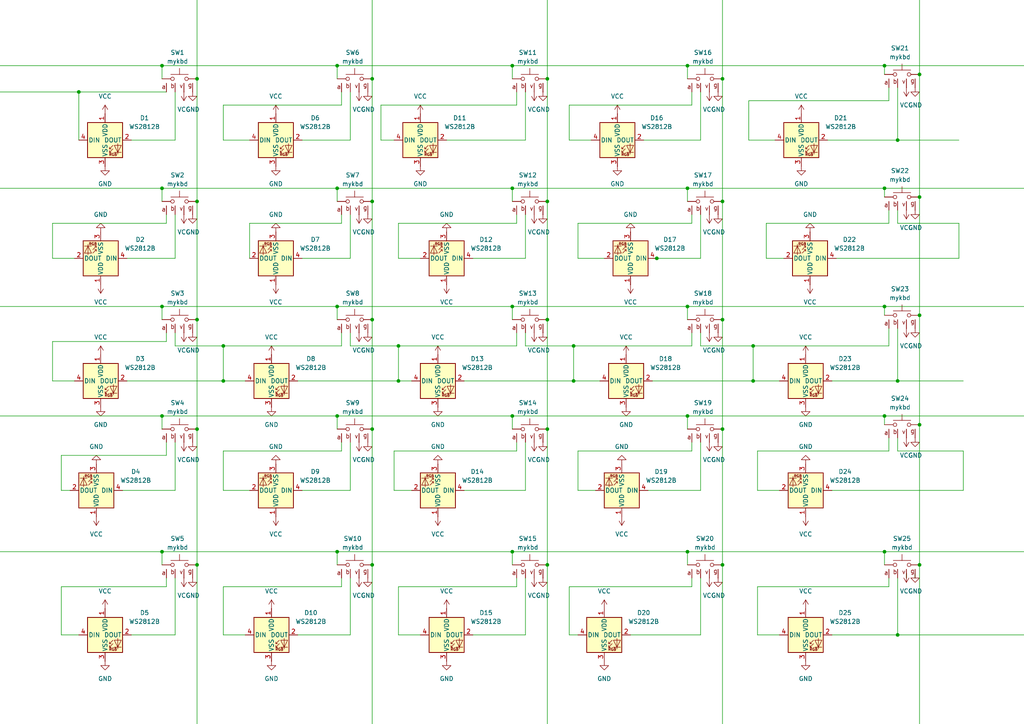
<source format=kicad_sch>
(kicad_sch (version 20250114) (generator "eeschema") (generator_version "9.0")
  (paper "A4")
  (junction (at 209.55 124.46))
  (junction (at 107.95 92.71))
  (junction (at 209.55 92.71))
  (junction (at 256.54 120.65))
  (junction (at 107.95 163.83))
  (junction (at 266.7 91.44))
  (junction (at 166.37 110.49))
  (junction (at 199.39 19.05))
  (junction (at 46.99 88.9))
  (junction (at 209.55 22.86))
  (junction (at 64.77 110.49))
  (junction (at 107.95 58.42))
  (junction (at 57.15 163.83))
  (junction (at 115.57 100.33))
  (junction (at 209.55 58.42))
  (junction (at 158.75 92.71))
  (junction (at 97.79 160.02))
  (junction (at 107.95 124.46))
  (junction (at 97.79 88.9))
  (junction (at 199.39 120.65))
  (junction (at 209.55 163.83))
  (junction (at 158.75 163.83))
  (junction (at 266.7 163.83))
  (junction (at 266.7 57.15))
  (junction (at 97.79 54.61))
  (junction (at 199.39 88.9))
  (junction (at 158.75 58.42))
  (junction (at 46.99 54.61))
  (junction (at 148.59 19.05))
  (junction (at 256.54 19.05))
  (junction (at 97.79 19.05))
  (junction (at 46.99 120.65))
  (junction (at 46.99 19.05))
  (junction (at 266.7 21.59))
  (junction (at 218.44 100.33))
  (junction (at 256.54 88.9))
  (junction (at 57.15 58.42))
  (junction (at 260.35 184.15))
  (junction (at 57.15 124.46))
  (junction (at 199.39 160.02))
  (junction (at 256.54 54.61))
  (junction (at 64.77 100.33))
  (junction (at 199.39 54.61))
  (junction (at 266.7 123.19))
  (junction (at 22.86 26.67))
  (junction (at 190.5 74.93))
  (junction (at 97.79 120.65))
  (junction (at 158.75 22.86))
  (junction (at 260.35 40.64))
  (junction (at 218.44 110.49))
  (junction (at 166.37 100.33))
  (junction (at 46.99 160.02))
  (junction (at 148.59 120.65))
  (junction (at 57.15 22.86))
  (junction (at 256.54 160.02))
  (junction (at 158.75 124.46))
  (junction (at 107.95 22.86))
  (junction (at 148.59 54.61))
  (junction (at 57.15 92.71))
  (junction (at 260.35 110.49))
  (junction (at 115.57 110.49))
  (junction (at 148.59 160.02))
  (junction (at 148.59 88.9))
  (wire (pts (xy 209.55 58.42) (xy 209.55 92.71)))
  (wire (pts (xy 115.57 100.33) (xy 115.57 110.49)))
  (wire (pts (xy 260.35 95.25) (xy 260.35 110.49)))
  (wire (pts (xy 182.88 184.15) (xy 203.2 184.15)))
  (wire (pts (xy 57.15 163.83) (xy 57.15 222.25)))
  (wire (pts (xy 200.66 62.23) (xy 200.66 64.77)))
  (wire (pts (xy 189.23 110.49) (xy 218.44 110.49)))
  (wire (pts (xy 48.26 132.08) (xy 48.26 128.27)))
  (wire (pts (xy 240.03 40.64) (xy 260.35 40.64)))
  (wire (pts (xy 64.77 100.33) (xy 99.06 100.33)))
  (wire (pts (xy 97.79 88.9) (xy 148.59 88.9)))
  (wire (pts (xy 165.1 184.15) (xy 165.1 170.18)))
  (wire (pts (xy 203.2 62.23) (xy 203.2 74.93)))
  (wire (pts (xy 107.95 -10.16) (xy 107.95 22.86)))
  (wire (pts (xy 279.4 142.24) (xy 279.4 130.81)))
  (wire (pts (xy 87.63 74.93) (xy 101.6 74.93)))
  (wire (pts (xy 218.44 110.49) (xy 226.06 110.49)))
  (wire (pts (xy 266.7 -10.16) (xy 266.7 21.59)))
  (wire (pts (xy 50.8 96.52) (xy 50.8 100.33)))
  (wire (pts (xy 257.81 29.21) (xy 257.81 25.4)))
  (wire (pts (xy 167.64 74.93) (xy 167.64 64.77)))
  (wire (pts (xy 260.35 167.64) (xy 260.35 184.15)))
  (wire (pts (xy 158.75 163.83) (xy 158.75 222.25)))
  (wire (pts (xy 46.99 88.9) (xy 97.79 88.9)))
  (wire (pts (xy 99.06 167.64) (xy 99.06 170.18)))
  (wire (pts (xy 186.69 40.64) (xy 203.2 40.64)))
  (wire (pts (xy 278.13 74.93) (xy 278.13 64.77)))
  (wire (pts (xy 266.7 91.44) (xy 266.7 123.19)))
  (wire (pts (xy 148.59 120.65) (xy 199.39 120.65)))
  (wire (pts (xy 15.24 74.93) (xy 21.59 74.93)))
  (wire (pts (xy 152.4 62.23) (xy 152.4 74.93)))
  (wire (pts (xy 167.64 64.77) (xy 200.66 64.77)))
  (wire (pts (xy 46.99 160.02) (xy 97.79 160.02)))
  (wire (pts (xy 87.63 40.64) (xy 101.6 40.64)))
  (wire (pts (xy 57.15 92.71) (xy 57.15 124.46)))
  (wire (pts (xy 64.77 184.15) (xy 64.77 170.18)))
  (wire (pts (xy 107.95 22.86) (xy 107.95 58.42)))
  (wire (pts (xy 152.4 167.64) (xy 152.4 184.15)))
  (wire (pts (xy 107.95 92.71) (xy 107.95 124.46)))
  (wire (pts (xy 257.81 170.18) (xy 257.81 167.64)))
  (wire (pts (xy 219.71 184.15) (xy 219.71 170.18)))
  (wire (pts (xy -15.24 120.65) (xy 46.99 120.65)))
  (wire (pts (xy 50.8 100.33) (xy 64.77 100.33)))
  (wire (pts (xy 167.64 184.15) (xy 165.1 184.15)))
  (wire (pts (xy 48.26 170.18) (xy 48.26 167.64)))
  (wire (pts (xy 101.6 167.64) (xy 101.6 184.15)))
  (wire (pts (xy 166.37 100.33) (xy 200.66 100.33)))
  (wire (pts (xy 218.44 100.33) (xy 218.44 110.49)))
  (wire (pts (xy 114.3 130.81) (xy 149.86 130.81)))
  (wire (pts (xy 200.66 170.18) (xy 200.66 167.64)))
  (wire (pts (xy -12.7 88.9) (xy -12.7 90.17)))
  (wire (pts (xy 46.99 88.9) (xy 46.99 92.71)))
  (wire (pts (xy 158.75 92.71) (xy 158.75 124.46)))
  (wire (pts (xy 48.26 99.06) (xy 48.26 96.52)))
  (wire (pts (xy 256.54 54.61) (xy 256.54 57.15)))
  (wire (pts (xy 260.35 184.15) (xy 314.96 184.15)))
  (wire (pts (xy 110.49 30.48) (xy 149.86 30.48)))
  (wire (pts (xy 97.79 120.65) (xy 97.79 124.46)))
  (wire (pts (xy 97.79 54.61) (xy 148.59 54.61)))
  (wire (pts (xy 227.33 74.93) (xy 222.25 74.93)))
  (wire (pts (xy 64.77 142.24) (xy 64.77 130.81)))
  (wire (pts (xy 15.24 110.49) (xy 21.59 110.49)))
  (wire (pts (xy 199.39 19.05) (xy 256.54 19.05)))
  (wire (pts (xy 15.24 99.06) (xy 15.24 110.49)))
  (wire (pts (xy 64.77 30.48) (xy 64.77 40.64)))
  (wire (pts (xy 64.77 40.64) (xy 72.39 40.64)))
  (wire (pts (xy 114.3 142.24) (xy 114.3 130.81)))
  (wire (pts (xy -16.51 160.02) (xy 46.99 160.02)))
  (wire (pts (xy 256.54 160.02) (xy 314.96 160.02)))
  (wire (pts (xy 256.54 88.9) (xy 314.96 88.9)))
  (wire (pts (xy 158.75 -10.16) (xy 158.75 22.86)))
  (wire (pts (xy 17.78 170.18) (xy 17.78 184.15)))
  (wire (pts (xy 260.35 60.96) (xy 260.35 64.77)))
  (wire (pts (xy 148.59 54.61) (xy 148.59 58.42)))
  (wire (pts (xy 158.75 124.46) (xy 158.75 163.83)))
  (wire (pts (xy 152.4 100.33) (xy 166.37 100.33)))
  (wire (pts (xy 115.57 74.93) (xy 115.57 64.77)))
  (wire (pts (xy 107.95 163.83) (xy 107.95 222.25)))
  (wire (pts (xy 265.43 167.64) (xy 265.43 166.37)))
  (wire (pts (xy 165.1 40.64) (xy 171.45 40.64)))
  (wire (pts (xy 199.39 54.61) (xy 199.39 58.42)))
  (wire (pts (xy 209.55 124.46) (xy 209.55 163.83)))
  (wire (pts (xy 167.64 142.24) (xy 167.64 130.81)))
  (wire (pts (xy 149.86 62.23) (xy 149.86 64.77)))
  (wire (pts (xy 17.78 184.15) (xy 22.86 184.15)))
  (wire (pts (xy 257.81 130.81) (xy 257.81 127)))
  (wire (pts (xy 99.06 62.23) (xy 99.06 64.77)))
  (wire (pts (xy 209.55 163.83) (xy 209.55 220.98)))
  (wire (pts (xy 278.13 64.77) (xy 260.35 64.77)))
  (wire (pts (xy 71.12 184.15) (xy 64.77 184.15)))
  (wire (pts (xy 46.99 54.61) (xy 97.79 54.61)))
  (wire (pts (xy 256.54 120.65) (xy 256.54 123.19)))
  (wire (pts (xy 256.54 19.05) (xy 313.69 19.05)))
  (wire (pts (xy 57.15 58.42) (xy 57.15 92.71)))
  (wire (pts (xy 200.66 130.81) (xy 200.66 128.27)))
  (wire (pts (xy 134.62 110.49) (xy 166.37 110.49)))
  (wire (pts (xy 266.7 57.15) (xy 266.7 91.44)))
  (wire (pts (xy 46.99 120.65) (xy 46.99 124.46)))
  (wire (pts (xy 199.39 54.61) (xy 256.54 54.61)))
  (wire (pts (xy 17.78 142.24) (xy 20.32 142.24)))
  (wire (pts (xy 203.2 96.52) (xy 203.2 100.33)))
  (wire (pts (xy 152.4 128.27) (xy 152.4 142.24)))
  (wire (pts (xy 219.71 130.81) (xy 257.81 130.81)))
  (wire (pts (xy 148.59 88.9) (xy 199.39 88.9)))
  (wire (pts (xy 86.36 184.15) (xy 101.6 184.15)))
  (wire (pts (xy 119.38 142.24) (xy 114.3 142.24)))
  (wire (pts (xy 199.39 19.05) (xy 199.39 22.86)))
  (wire (pts (xy 148.59 120.65) (xy 148.59 124.46)))
  (wire (pts (xy 148.59 160.02) (xy 148.59 163.83)))
  (wire (pts (xy 257.81 100.33) (xy 257.81 95.25)))
  (wire (pts (xy 129.54 40.64) (xy 152.4 40.64)))
  (wire (pts (xy 17.78 170.18) (xy 48.26 170.18)))
  (wire (pts (xy 256.54 120.65) (xy 313.69 120.65)))
  (wire (pts (xy 165.1 170.18) (xy 200.66 170.18)))
  (wire (pts (xy 46.99 120.65) (xy 97.79 120.65)))
  (wire (pts (xy 48.26 64.77) (xy 15.24 64.77)))
  (wire (pts (xy 15.24 64.77) (xy 15.24 74.93)))
  (wire (pts (xy 148.59 19.05) (xy 148.59 22.86)))
  (wire (pts (xy 222.25 74.93) (xy 222.25 64.77)))
  (wire (pts (xy 72.39 74.93) (xy 72.39 64.77)))
  (wire (pts (xy 242.57 74.93) (xy 278.13 74.93)))
  (wire (pts (xy 46.99 54.61) (xy 46.99 58.42)))
  (wire (pts (xy 199.39 120.65) (xy 199.39 124.46)))
  (wire (pts (xy 46.99 160.02) (xy 46.99 163.83)))
  (wire (pts (xy 148.59 88.9) (xy 148.59 92.71)))
  (wire (pts (xy 152.4 96.52) (xy 152.4 100.33)))
  (wire (pts (xy 199.39 88.9) (xy 199.39 92.71)))
  (wire (pts (xy 115.57 64.77) (xy 149.86 64.77)))
  (wire (pts (xy 165.1 40.64) (xy 165.1 30.48)))
  (wire (pts (xy 165.1 30.48) (xy 200.66 30.48)))
  (wire (pts (xy 148.59 54.61) (xy 199.39 54.61)))
  (wire (pts (xy 148.59 160.02) (xy 199.39 160.02)))
  (wire (pts (xy 203.2 100.33) (xy 218.44 100.33)))
  (wire (pts (xy -12.7 54.61) (xy 46.99 54.61)))
  (wire (pts (xy 64.77 110.49) (xy 71.12 110.49)))
  (wire (pts (xy 266.7 163.83) (xy 266.7 222.25)))
  (wire (pts (xy 17.78 132.08) (xy 17.78 142.24)))
  (wire (pts (xy 15.24 99.06) (xy 48.26 99.06)))
  (wire (pts (xy 166.37 110.49) (xy 173.99 110.49)))
  (wire (pts (xy 97.79 19.05) (xy 148.59 19.05)))
  (wire (pts (xy 219.71 142.24) (xy 219.71 130.81)))
  (wire (pts (xy 87.63 142.24) (xy 101.6 142.24)))
  (wire (pts (xy 57.15 124.46) (xy 57.15 163.83)))
  (wire (pts (xy 115.57 110.49) (xy 119.38 110.49)))
  (wire (pts (xy 203.2 167.64) (xy 203.2 184.15)))
  (wire (pts (xy 209.55 92.71) (xy 209.55 124.46)))
  (wire (pts (xy 257.81 60.96) (xy 257.81 64.77)))
  (wire (pts (xy -12.7 88.9) (xy 46.99 88.9)))
  (wire (pts (xy 260.35 130.81) (xy 279.4 130.81)))
  (wire (pts (xy 166.37 100.33) (xy 166.37 110.49)))
  (wire (pts (xy 256.54 54.61) (xy 313.69 54.61)))
  (wire (pts (xy 121.92 74.93) (xy 115.57 74.93)))
  (wire (pts (xy 46.99 19.05) (xy 46.99 22.86)))
  (wire (pts (xy 97.79 54.61) (xy 97.79 58.42)))
  (wire (pts (xy 107.95 124.46) (xy 107.95 163.83)))
  (wire (pts (xy 72.39 64.77) (xy 99.06 64.77)))
  (wire (pts (xy 50.8 128.27) (xy 50.8 142.24)))
  (wire (pts (xy 219.71 170.18) (xy 257.81 170.18)))
  (wire (pts (xy 115.57 184.15) (xy 115.57 170.18)))
  (wire (pts (xy 266.7 21.59) (xy 266.7 57.15)))
  (wire (pts (xy 262.89 167.64) (xy 262.89 166.37)))
  (wire (pts (xy 226.06 184.15) (xy 219.71 184.15)))
  (wire (pts (xy 97.79 19.05) (xy 97.79 22.86)))
  (wire (pts (xy 187.96 142.24) (xy 203.2 142.24)))
  (wire (pts (xy 218.44 100.33) (xy 257.81 100.33)))
  (wire (pts (xy 110.49 40.64) (xy 110.49 30.48)))
  (wire (pts (xy 97.79 160.02) (xy 148.59 160.02)))
  (wire (pts (xy 86.36 110.49) (xy 115.57 110.49)))
  (wire (pts (xy 22.86 26.67) (xy 48.26 26.67)))
  (wire (pts (xy 148.59 19.05) (xy 199.39 19.05)))
  (wire (pts (xy 99.06 30.48) (xy 64.77 30.48)))
  (wire (pts (xy 200.66 26.67) (xy 200.66 30.48)))
  (wire (pts (xy 217.17 40.64) (xy 217.17 29.21)))
  (wire (pts (xy 97.79 163.83) (xy 97.79 160.02)))
  (wire (pts (xy 149.86 167.64) (xy 149.86 170.18)))
  (wire (pts (xy 115.57 170.18) (xy 149.86 170.18)))
  (wire (pts (xy 209.55 -10.16) (xy 209.55 22.86)))
  (wire (pts (xy 46.99 19.05) (xy 97.79 19.05)))
  (wire (pts (xy 50.8 26.67) (xy 50.8 40.64)))
  (wire (pts (xy 382.27 105.41) (xy 383.54 105.41)))
  (wire (pts (xy 101.6 96.52) (xy 101.6 100.33)))
  (wire (pts (xy 137.16 184.15) (xy 152.4 184.15)))
  (wire (pts (xy 64.77 100.33) (xy 64.77 110.49)))
  (wire (pts (xy 266.7 123.19) (xy 266.7 163.83)))
  (wire (pts (xy 158.75 58.42) (xy 158.75 92.71)))
  (wire (pts (xy 101.6 100.33) (xy 115.57 100.33)))
  (wire (pts (xy 152.4 142.24) (xy 134.62 142.24)))
  (wire (pts (xy 64.77 170.18) (xy 99.06 170.18)))
  (wire (pts (xy 99.06 128.27) (xy 99.06 130.81)))
  (wire (pts (xy 36.83 110.49) (xy 64.77 110.49)))
  (wire (pts (xy 101.6 128.27) (xy 101.6 142.24)))
  (wire (pts (xy 260.35 40.64) (xy 278.13 40.64)))
  (wire (pts (xy 222.25 64.77) (xy 257.81 64.77)))
  (wire (pts (xy 260.35 25.4) (xy 260.35 40.64)))
  (wire (pts (xy 99.06 30.48) (xy 99.06 26.67)))
  (wire (pts (xy 256.54 163.83) (xy 256.54 160.02)))
  (wire (pts (xy 199.39 163.83) (xy 199.39 160.02)))
  (wire (pts (xy 50.8 62.23) (xy 50.8 74.93)))
  (wire (pts (xy 36.83 74.93) (xy 50.8 74.93)))
  (wire (pts (xy 260.35 110.49) (xy 279.4 110.49)))
  (wire (pts (xy 57.15 22.86) (xy 57.15 58.42)))
  (wire (pts (xy 190.5 74.93) (xy 189.23 74.93)))
  (wire (pts (xy 149.86 100.33) (xy 149.86 96.52)))
  (wire (pts (xy 190.5 74.93) (xy 203.2 74.93)))
  (wire (pts (xy 203.2 128.27) (xy 203.2 142.24)))
  (wire (pts (xy 158.75 22.86) (xy 158.75 58.42)))
  (wire (pts (xy 99.06 100.33) (xy 99.06 96.52)))
  (wire (pts (xy 97.79 120.65) (xy 148.59 120.65)))
  (wire (pts (xy 48.26 62.23) (xy 48.26 64.77)))
  (wire (pts (xy 203.2 26.67) (xy 203.2 40.64)))
  (wire (pts (xy 226.06 142.24) (xy 219.71 142.24)))
  (wire (pts (xy 115.57 100.33) (xy 149.86 100.33)))
  (wire (pts (xy 256.54 19.05) (xy 256.54 21.59)))
  (wire (pts (xy 149.86 30.48) (xy 149.86 26.67)))
  (wire (pts (xy 199.39 160.02) (xy 256.54 160.02)))
  (wire (pts (xy -11.43 26.67) (xy 22.86 26.67)))
  (wire (pts (xy 57.15 -8.89) (xy 57.15 22.86)))
  (wire (pts (xy 48.26 132.08) (xy 17.78 132.08)))
  (wire (pts (xy 200.66 100.33) (xy 200.66 96.52)))
  (wire (pts (xy 172.72 142.24) (xy 167.64 142.24)))
  (wire (pts (xy 137.16 74.93) (xy 152.4 74.93)))
  (wire (pts (xy 217.17 29.21) (xy 257.81 29.21)))
  (wire (pts (xy 22.86 26.67) (xy 22.86 40.64)))
  (wire (pts (xy 107.95 58.42) (xy 107.95 92.71)))
  (wire (pts (xy 50.8 167.64) (xy 50.8 184.15)))
  (wire (pts (xy 241.3 184.15) (xy 260.35 184.15)))
  (wire (pts (xy 101.6 26.67) (xy 101.6 40.64)))
  (wire (pts (xy 209.55 22.86) (xy 209.55 58.42)))
  (wire (pts (xy 97.79 88.9) (xy 97.79 92.71)))
  (wire (pts (xy 121.92 184.15) (xy 115.57 184.15)))
  (wire (pts (xy 35.56 142.24) (xy 50.8 142.24)))
  (wire (pts (xy 152.4 26.67) (xy 152.4 40.64)))
  (wire (pts (xy 110.49 40.64) (xy 114.3 40.64)))
  (wire (pts (xy 38.1 184.15) (xy 50.8 184.15)))
  (wire (pts (xy 167.64 130.81) (xy 200.66 130.81)))
  (wire (pts (xy 256.54 88.9) (xy 256.54 91.44)))
  (wire (pts (xy 175.26 74.93) (xy 167.64 74.93)))
  (wire (pts (xy 199.39 120.65) (xy 256.54 120.65)))
  (wire (pts (xy 217.17 40.64) (xy 224.79 40.64)))
  (wire (pts (xy 241.3 110.49) (xy 260.35 110.49)))
  (wire (pts (xy 241.3 142.24) (xy 279.4 142.24)))
  (wire (pts (xy 149.86 130.81) (xy 149.86 128.27)))
  (wire (pts (xy 72.39 142.24) (xy 64.77 142.24)))
  (wire (pts (xy 38.1 40.64) (xy 50.8 40.64)))
  (wire (pts (xy 101.6 62.23) (xy 101.6 74.93)))
  (wire (pts (xy 199.39 88.9) (xy 256.54 88.9)))
  (wire (pts (xy 64.77 130.81) (xy 99.06 130.81)))
  (wire (pts (xy -11.43 19.05) (xy 46.99 19.05)))
  (wire (pts (xy 260.35 130.81) (xy 260.35 127)))
  (symbol (lib_id "power:VCC") (at 154.94 96.52 180) (unit 1)
    (property "Reference" "#PWR038" (effects (hide yes)))
    (property "Value" "VCC" (at 154.94 101.6 0))
    (property "Description" "Power symbol creates a global label with name \"VCC\"" (effects (hide yes)))
  )
  (symbol (lib_id "power:GND") (at 265.43 25.4 0) (unit 1)
    (property "Reference" "#PWR030" (effects (hide yes)))
    (property "Value" "GND" (at 265.43 30.48 0))
    (property "Description" "Power symbol creates a global label with name \"GND\" , ground" (effects (hide yes)))
  )
  (symbol (lib_id "power:GND") (at 80.01 67.31 180) (unit 1)
    (property "Reference" "#PWR067" (effects (hide yes)))
    (property "Value" "GND" (at 80.01 62.23 0))
    (property "Description" "Power symbol creates a global label with name \"GND\" , ground" (effects (hide yes)))
  )
  (symbol (lib_id "power:VCC") (at 104.14 26.67 180) (unit 1)
    (property "Reference" "#PWR047" (effects (hide yes)))
    (property "Value" "VCC" (at 104.14 31.75 0))
    (property "Description" "Power symbol creates a global label with name \"VCC\"" (effects (hide yes)))
  )
  (symbol (lib_id "power:GND") (at 55.88 96.52 0) (unit 1)
    (property "Reference" "#PWR016" (effects (hide yes)))
    (property "Value" "GND" (at 55.88 101.6 0))
    (property "Description" "Power symbol creates a global label with name \"GND\" , ground" (effects (hide yes)))
  )
  (symbol (lib_id "power:GND") (at 55.88 167.64 0) (unit 1)
    (property "Reference" "#PWR07" (effects (hide yes)))
    (property "Value" "GND" (at 55.88 172.72 0))
    (property "Description" "Power symbol creates a global label with name \"GND\" , ground" (effects (hide yes)))
  )
  (symbol (lib_id "LED:WS2812B") (at 179.07 40.64 0) (unit 1)
    (property "Reference" "D16" (at 190.5 34.2198 0))
    (property "Value" "WS2812B" (at 190.5 36.7598 0))
    (property "Footprint" "LED_SMD:LED_WS2812B_PLCC4_5.0x5.0mm_P3.2mm" (effects (hide yes)))
    (property "Datasheet" "https://cdn-shop.adafruit.com/datasheets/WS2812B.pdf" (effects (hide yes)))
    (property "Description" "RGB LED with integrated controller" (effects (hide yes)))
  )
  (symbol (lib_id "mykbd:mykbd") (at 261.62 21.59 0) (unit 1)
    (property "Reference" "SW21" (at 261.0322 13.97 0))
    (property "Value" "mykbd" (at 261.0322 16.51 0))
    (property "Footprint" "mykbd:seat" (effects (hide yes)))
    (property "Description" "Push button switch, generic, two pins" (effects (hide yes)))
  )
  (symbol (lib_id "power:GND") (at 129.54 67.31 180) (unit 1)
    (property "Reference" "#PWR068" (effects (hide yes)))
    (property "Value" "GND" (at 129.54 62.23 0))
    (property "Description" "Power symbol creates a global label with name \"GND\" , ground" (effects (hide yes)))
  )
  (symbol (lib_id "LED:WS2812B") (at 29.21 110.49 0) (unit 1)
    (property "Reference" "D3" (at 40.64 104.0698 0))
    (property "Value" "WS2812B" (at 40.64 106.6098 0))
    (property "Footprint" "LED_SMD:LED_WS2812B_PLCC4_5.0x5.0mm_P3.2mm" (effects (hide yes)))
    (property "Datasheet" "https://cdn-shop.adafruit.com/datasheets/WS2812B.pdf" (effects (hide yes)))
    (property "Description" "RGB LED with integrated controller" (effects (hide yes)))
  )
  (symbol (lib_id "power:VCC") (at 234.95 82.55 180) (unit 1)
    (property "Reference" "#PWR0104" (effects (hide yes)))
    (property "Value" "VCC" (at 234.95 87.63 0))
    (property "Description" "Power symbol creates a global label with name \"VCC\"" (effects (hide yes)))
  )
  (symbol (lib_id "mykbd:mykbd") (at 102.87 22.86 0) (unit 1)
    (property "Reference" "SW6" (at 102.2822 15.24 0))
    (property "Value" "mykbd" (at 102.2822 17.78 0))
    (property "Footprint" "mykbd:seat" (effects (hide yes)))
    (property "Description" "Push button switch, generic, two pins" (effects (hide yes)))
  )
  (symbol (lib_id "power:GND") (at 106.68 62.23 0) (unit 1)
    (property "Reference" "#PWR024" (effects (hide yes)))
    (property "Value" "GND" (at 106.68 67.31 0))
    (property "Description" "Power symbol creates a global label with name \"GND\" , ground" (effects (hide yes)))
  )
  (symbol (lib_id "power:GND") (at 157.48 128.27 0) (unit 1)
    (property "Reference" "#PWR013" (effects (hide yes)))
    (property "Value" "GND" (at 157.48 133.35 0))
    (property "Description" "Power symbol creates a global label with name \"GND\" , ground" (effects (hide yes)))
  )
  (symbol (lib_id "LED:WS2812B") (at 182.88 74.93 180) (unit 1)
    (property "Reference" "D17" (at 194.31 69.4846 0))
    (property "Value" "WS2812B" (at 194.31 72.0246 0))
    (property "Footprint" "LED_SMD:LED_WS2812B_PLCC4_5.0x5.0mm_P3.2mm" (effects (hide yes)))
    (property "Datasheet" "https://cdn-shop.adafruit.com/datasheets/WS2812B.pdf" (effects (hide yes)))
    (property "Description" "RGB LED with integrated controller" (effects (hide yes)))
  )
  (symbol (lib_id "power:VCC") (at 154.94 26.67 180) (unit 1)
    (property "Reference" "#PWR048" (effects (hide yes)))
    (property "Value" "VCC" (at 154.94 31.75 0))
    (property "Description" "Power symbol creates a global label with name \"VCC\"" (effects (hide yes)))
  )
  (symbol (lib_id "power:GND") (at 233.68 134.62 180) (unit 1)
    (property "Reference" "#PWR080" (effects (hide yes)))
    (property "Value" "GND" (at 233.68 129.54 0))
    (property "Description" "Power symbol creates a global label with name \"GND\" , ground" (effects (hide yes)))
  )
  (symbol (lib_id "LED:WS2812B") (at 234.95 74.93 180) (unit 1)
    (property "Reference" "D22" (at 246.38 69.4846 0))
    (property "Value" "WS2812B" (at 246.38 72.0246 0))
    (property "Footprint" "LED_SMD:LED_WS2812B_PLCC4_5.0x5.0mm_P3.2mm" (effects (hide yes)))
    (property "Datasheet" "https://cdn-shop.adafruit.com/datasheets/WS2812B.pdf" (effects (hide yes)))
    (property "Description" "RGB LED with integrated controller" (effects (hide yes)))
  )
  (symbol (lib_id "power:VCC") (at 180.34 149.86 180) (unit 1)
    (property "Reference" "#PWR0106" (effects (hide yes)))
    (property "Value" "VCC" (at 180.34 154.94 0))
    (property "Description" "Power symbol creates a global label with name \"VCC\"" (effects (hide yes)))
  )
  (symbol (lib_id "power:VCC") (at 262.89 25.4 180) (unit 1)
    (property "Reference" "#PWR050" (effects (hide yes)))
    (property "Value" "VCC" (at 262.89 30.48 0))
    (property "Description" "Power symbol creates a global label with name \"VCC\"" (effects (hide yes)))
  )
  (symbol (lib_id "power:VCC") (at 205.74 62.23 180) (unit 1)
    (property "Reference" "#PWR042" (effects (hide yes)))
    (property "Value" "VCC" (at 205.74 67.31 0))
    (property "Description" "Power symbol creates a global label with name \"VCC\"" (effects (hide yes)))
  )
  (symbol (lib_id "LED:WS2812B") (at 121.92 40.64 0) (unit 1)
    (property "Reference" "D11" (at 133.35 34.2198 0))
    (property "Value" "WS2812B" (at 133.35 36.7598 0))
    (property "Footprint" "LED_SMD:LED_WS2812B_PLCC4_5.0x5.0mm_P3.2mm" (effects (hide yes)))
    (property "Datasheet" "https://cdn-shop.adafruit.com/datasheets/WS2812B.pdf" (effects (hide yes)))
    (property "Description" "RGB LED with integrated controller" (effects (hide yes)))
  )
  (symbol (lib_id "power:VCC") (at 182.88 82.55 180) (unit 1)
    (property "Reference" "#PWR0103" (effects (hide yes)))
    (property "Value" "VCC" (at 182.88 87.63 0))
    (property "Description" "Power symbol creates a global label with name \"VCC\"" (effects (hide yes)))
  )
  (symbol (lib_id "power:GND") (at 234.95 67.31 180) (unit 1)
    (property "Reference" "#PWR070" (effects (hide yes)))
    (property "Value" "GND" (at 234.95 62.23 0))
    (property "Description" "Power symbol creates a global label with name \"GND\" , ground" (effects (hide yes)))
  )
  (symbol (lib_id "power:GND") (at 55.88 26.67 0) (unit 1)
    (property "Reference" "#PWR026" (effects (hide yes)))
    (property "Value" "GND" (at 55.88 31.75 0))
    (property "Description" "Power symbol creates a global label with name \"GND\" , ground" (effects (hide yes)))
  )
  (symbol (lib_id "power:GND") (at 181.61 118.11 0) (unit 1)
    (property "Reference" "#PWR062" (effects (hide yes)))
    (property "Value" "GND" (at 181.61 123.19 0))
    (property "Description" "Power symbol creates a global label with name \"GND\" , ground" (effects (hide yes)))
  )
  (symbol (lib_id "mykbd:mykbd") (at 153.67 22.86 0) (unit 1)
    (property "Reference" "SW11" (at 153.0822 15.24 0))
    (property "Value" "mykbd" (at 153.0822 17.78 0))
    (property "Footprint" "mykbd:seat" (effects (hide yes)))
    (property "Description" "Push button switch, generic, two pins" (effects (hide yes)))
  )
  (symbol (lib_id "power:GND") (at 208.28 26.67 0) (unit 1)
    (property "Reference" "#PWR029" (effects (hide yes)))
    (property "Value" "GND" (at 208.28 31.75 0))
    (property "Description" "Power symbol creates a global label with name \"GND\" , ground" (effects (hide yes)))
  )
  (symbol (lib_id "power:VCC") (at 154.94 167.64 180) (unit 1)
    (property "Reference" "#PWR08" (effects (hide yes)))
    (property "Value" "VCC" (at 154.94 172.72 0))
    (property "Description" "Power symbol creates a global label with name \"VCC\"" (effects (hide yes)))
  )
  (symbol (lib_id "power:VCC") (at 80.01 149.86 180) (unit 1)
    (property "Reference" "#PWR0108" (effects (hide yes)))
    (property "Value" "VCC" (at 80.01 154.94 0))
    (property "Description" "Power symbol creates a global label with name \"VCC\"" (effects (hide yes)))
  )
  (symbol (lib_id "mykbd:mykbd") (at 102.87 124.46 0) (unit 1)
    (property "Reference" "SW9" (at 102.2822 116.84 0))
    (property "Value" "mykbd" (at 102.2822 119.38 0))
    (property "Footprint" "mykbd:seat" (effects (hide yes)))
    (property "Description" "Push button switch, generic, two pins" (effects (hide yes)))
  )
  (symbol (lib_id "power:VCC") (at 78.74 176.53 0) (unit 1)
    (property "Reference" "#PWR096" (effects (hide yes)))
    (property "Value" "VCC" (at 78.74 171.45 0))
    (property "Description" "Power symbol creates a global label with name \"VCC\"" (effects (hide yes)))
  )
  (symbol (lib_id "LED:WS2812B") (at 129.54 74.93 180) (unit 1)
    (property "Reference" "D12" (at 140.97 69.4846 0))
    (property "Value" "WS2812B" (at 140.97 72.0246 0))
    (property "Footprint" "LED_SMD:LED_WS2812B_PLCC4_5.0x5.0mm_P3.2mm" (effects (hide yes)))
    (property "Datasheet" "https://cdn-shop.adafruit.com/datasheets/WS2812B.pdf" (effects (hide yes)))
    (property "Description" "RGB LED with integrated controller" (effects (hide yes)))
  )
  (symbol (lib_id "power:VCC") (at 30.48 33.02 0) (unit 1)
    (property "Reference" "#PWR075" (effects (hide yes)))
    (property "Value" "VCC" (at 30.48 27.94 0))
    (property "Description" "Power symbol creates a global label with name \"VCC\"" (effects (hide yes)))
  )
  (symbol (lib_id "power:GND") (at 265.43 127 0) (unit 1)
    (property "Reference" "#PWR011" (effects (hide yes)))
    (property "Value" "GND" (at 265.43 132.08 0))
    (property "Description" "Power symbol creates a global label with name \"GND\" , ground" (effects (hide yes)))
  )
  (symbol (lib_id "mykbd:mykbd") (at 52.07 92.71 0) (unit 1)
    (property "Reference" "SW3" (at 51.4822 85.09 0))
    (property "Value" "mykbd" (at 51.4822 87.63 0))
    (property "Footprint" "mykbd:seat" (effects (hide yes)))
    (property "Description" "Push button switch, generic, two pins" (effects (hide yes)))
  )
  (symbol (lib_id "power:VCC") (at 30.48 176.53 0) (unit 1)
    (property "Reference" "#PWR095" (effects (hide yes)))
    (property "Value" "VCC" (at 30.48 171.45 0))
    (property "Description" "Power symbol creates a global label with name \"VCC\"" (effects (hide yes)))
  )
  (symbol (lib_id "power:VCC") (at 53.34 167.64 180) (unit 1)
    (property "Reference" "#PWR010" (effects (hide yes)))
    (property "Value" "VCC" (at 53.34 172.72 0))
    (property "Description" "Power symbol creates a global label with name \"VCC\"" (effects (hide yes)))
  )
  (symbol (lib_id "power:GND") (at 208.28 62.23 0) (unit 1)
    (property "Reference" "#PWR022" (effects (hide yes)))
    (property "Value" "GND" (at 208.28 67.31 0))
    (property "Description" "Power symbol creates a global label with name \"GND\" , ground" (effects (hide yes)))
  )
  (symbol (lib_id "power:VCC") (at 205.74 26.67 180) (unit 1)
    (property "Reference" "#PWR049" (effects (hide yes)))
    (property "Value" "VCC" (at 205.74 31.75 0))
    (property "Description" "Power symbol creates a global label with name \"VCC\"" (effects (hide yes)))
  )
  (symbol (lib_id "LED:WS2812B") (at 80.01 40.64 0) (unit 1)
    (property "Reference" "D6" (at 91.44 34.2198 0))
    (property "Value" "WS2812B" (at 91.44 36.7598 0))
    (property "Footprint" "LED_SMD:LED_WS2812B_PLCC4_5.0x5.0mm_P3.2mm" (effects (hide yes)))
    (property "Datasheet" "https://cdn-shop.adafruit.com/datasheets/WS2812B.pdf" (effects (hide yes)))
    (property "Description" "RGB LED with integrated controller" (effects (hide yes)))
  )
  (symbol (lib_id "power:VCC") (at 53.34 26.67 180) (unit 1)
    (property "Reference" "#PWR046" (effects (hide yes)))
    (property "Value" "VCC" (at 53.34 31.75 0))
    (property "Description" "Power symbol creates a global label with name \"VCC\"" (effects (hide yes)))
  )
  (symbol (lib_id "power:VCC") (at 127 149.86 180) (unit 1)
    (property "Reference" "#PWR0107" (effects (hide yes)))
    (property "Value" "VCC" (at 127 154.94 0))
    (property "Description" "Power symbol creates a global label with name \"VCC\"" (effects (hide yes)))
  )
  (symbol (lib_id "power:VCC") (at 262.89 127 180) (unit 1)
    (property "Reference" "#PWR031" (effects (hide yes)))
    (property "Value" "VCC" (at 262.89 132.08 0))
    (property "Description" "Power symbol creates a global label with name \"VCC\"" (effects (hide yes)))
  )
  (symbol (lib_id "power:VCC") (at 104.14 62.23 180) (unit 1)
    (property "Reference" "#PWR044" (effects (hide yes)))
    (property "Value" "VCC" (at 104.14 67.31 0))
    (property "Description" "Power symbol creates a global label with name \"VCC\"" (effects (hide yes)))
  )
  (symbol (lib_id "LED:WS2812B") (at 30.48 184.15 0) (unit 1)
    (property "Reference" "D5" (at 41.91 177.7298 0))
    (property "Value" "WS2812B" (at 41.91 180.2698 0))
    (property "Footprint" "LED_SMD:LED_WS2812B_PLCC4_5.0x5.0mm_P3.2mm" (effects (hide yes)))
    (property "Datasheet" "https://cdn-shop.adafruit.com/datasheets/WS2812B.pdf" (effects (hide yes)))
    (property "Description" "RGB LED with integrated controller" (effects (hide yes)))
  )
  (symbol (lib_id "mykbd:mykbd") (at 153.67 92.71 0) (unit 1)
    (property "Reference" "SW13" (at 153.0822 85.09 0))
    (property "Value" "mykbd" (at 153.0822 87.63 0))
    (property "Footprint" "mykbd:seat" (effects (hide yes)))
    (property "Description" "Push button switch, generic, two pins" (effects (hide yes)))
  )
  (symbol (lib_id "power:VCC") (at 154.94 128.27 180) (unit 1)
    (property "Reference" "#PWR033" (effects (hide yes)))
    (property "Value" "VCC" (at 154.94 133.35 0))
    (property "Description" "Power symbol creates a global label with name \"VCC\"" (effects (hide yes)))
  )
  (symbol (lib_id "power:VCC") (at 129.54 176.53 0) (unit 1)
    (property "Reference" "#PWR097" (effects (hide yes)))
    (property "Value" "VCC" (at 129.54 171.45 0))
    (property "Description" "Power symbol creates a global label with name \"VCC\"" (effects (hide yes)))
  )
  (symbol (lib_id "mykbd:mykbd") (at 261.62 123.19 0) (unit 1)
    (property "Reference" "SW24" (at 261.0322 115.57 0))
    (property "Value" "mykbd" (at 261.0322 118.11 0))
    (property "Footprint" "mykbd:seat" (effects (hide yes)))
    (property "Description" "Push button switch, generic, two pins" (effects (hide yes)))
  )
  (symbol (lib_id "power:GND") (at 127 134.62 180) (unit 1)
    (property "Reference" "#PWR058" (effects (hide yes)))
    (property "Value" "GND" (at 127 129.54 0))
    (property "Description" "Power symbol creates a global label with name \"GND\" , ground" (effects (hide yes)))
  )
  (symbol (lib_id "mykbd:mykbd") (at 102.87 58.42 0) (unit 1)
    (property "Reference" "SW7" (at 102.2822 50.8 0))
    (property "Value" "mykbd" (at 102.2822 53.34 0))
    (property "Footprint" "mykbd:seat" (effects (hide yes)))
    (property "Description" "Push button switch, generic, two pins" (effects (hide yes)))
  )
  (symbol (lib_id "power:GND") (at 233.68 118.11 0) (unit 1)
    (property "Reference" "#PWR061" (effects (hide yes)))
    (property "Value" "GND" (at 233.68 123.19 0))
    (property "Description" "Power symbol creates a global label with name \"GND\" , ground" (effects (hide yes)))
  )
  (symbol (lib_id "power:VCC") (at 27.94 149.86 180) (unit 1)
    (property "Reference" "#PWR094" (effects (hide yes)))
    (property "Value" "VCC" (at 27.94 154.94 0))
    (property "Description" "Power symbol creates a global label with name \"VCC\"" (effects (hide yes)))
  )
  (symbol (lib_id "power:VCC") (at 53.34 96.52 180) (unit 1)
    (property "Reference" "#PWR036" (effects (hide yes)))
    (property "Value" "VCC" (at 53.34 101.6 0))
    (property "Description" "Power symbol creates a global label with name \"VCC\"" (effects (hide yes)))
  )
  (symbol (lib_id "LED:WS2812B") (at 80.01 142.24 180) (unit 1)
    (property "Reference" "D9" (at 91.44 136.7946 0))
    (property "Value" "WS2812B" (at 91.44 139.3346 0))
    (property "Footprint" "LED_SMD:LED_WS2812B_PLCC4_5.0x5.0mm_P3.2mm" (effects (hide yes)))
    (property "Datasheet" "https://cdn-shop.adafruit.com/datasheets/WS2812B.pdf" (effects (hide yes)))
    (property "Description" "RGB LED with integrated controller" (effects (hide yes)))
  )
  (symbol (lib_id "LED:WS2812B") (at 78.74 184.15 0) (unit 1)
    (property "Reference" "D10" (at 90.17 177.7298 0))
    (property "Value" "WS2812B" (at 90.17 180.2698 0))
    (property "Footprint" "LED_SMD:LED_WS2812B_PLCC4_5.0x5.0mm_P3.2mm" (effects (hide yes)))
    (property "Datasheet" "https://cdn-shop.adafruit.com/datasheets/WS2812B.pdf" (effects (hide yes)))
    (property "Description" "RGB LED with integrated controller" (effects (hide yes)))
  )
  (symbol (lib_id "power:VCC") (at 121.92 33.02 0) (unit 1)
    (property "Reference" "#PWR077" (effects (hide yes)))
    (property "Value" "VCC" (at 121.92 27.94 0))
    (property "Description" "Power symbol creates a global label with name \"VCC\"" (effects (hide yes)))
  )
  (symbol (lib_id "LED:WS2812B") (at 233.68 110.49 0) (unit 1)
    (property "Reference" "D23" (at 245.11 104.0698 0))
    (property "Value" "WS2812B" (at 245.11 106.6098 0))
    (property "Footprint" "LED_SMD:LED_WS2812B_PLCC4_5.0x5.0mm_P3.2mm" (effects (hide yes)))
    (property "Datasheet" "https://cdn-shop.adafruit.com/datasheets/WS2812B.pdf" (effects (hide yes)))
    (property "Description" "RGB LED with integrated controller" (effects (hide yes)))
  )
  (symbol (lib_id "power:GND") (at 127 118.11 0) (unit 1)
    (property "Reference" "#PWR063" (effects (hide yes)))
    (property "Value" "GND" (at 127 123.19 0))
    (property "Description" "Power symbol creates a global label with name \"GND\" , ground" (effects (hide yes)))
  )
  (symbol (lib_id "mykbd:mykbd") (at 261.62 91.44 0) (unit 1)
    (property "Reference" "SW23" (at 261.0322 83.82 0))
    (property "Value" "mykbd" (at 261.0322 86.36 0))
    (property "Footprint" "mykbd:seat" (effects (hide yes)))
    (property "Description" "Push button switch, generic, two pins" (effects (hide yes)))
  )
  (symbol (lib_id "power:GND") (at 55.88 128.27 0) (unit 1)
    (property "Reference" "#PWR015" (effects (hide yes)))
    (property "Value" "GND" (at 55.88 133.35 0))
    (property "Description" "Power symbol creates a global label with name \"GND\" , ground" (effects (hide yes)))
  )
  (symbol (lib_id "mykbd:mykbd") (at 204.47 124.46 0) (unit 1)
    (property "Reference" "SW19" (at 203.8822 116.84 0))
    (property "Value" "mykbd" (at 203.8822 119.38 0))
    (property "Footprint" "mykbd:seat" (effects (hide yes)))
    (property "Description" "Push button switch, generic, two pins" (effects (hide yes)))
  )
  (symbol (lib_id "power:GND") (at 265.43 166.37 0) (unit 1)
    (property "Reference" "#PWR02" (effects (hide yes)))
    (property "Value" "GND" (at 265.43 171.45 0))
    (property "Description" "Power symbol creates a global label with name \"GND\" , ground" (effects (hide yes)))
  )
  (symbol (lib_id "mykbd:mykbd") (at 52.07 163.83 0) (unit 1)
    (property "Reference" "SW5" (at 51.4822 156.21 0))
    (property "Value" "mykbd" (at 51.4822 158.75 0))
    (property "Footprint" "mykbd:seat" (effects (hide yes)))
    (property "Description" "Push button switch, generic, two pins" (effects (hide yes)))
  )
  (symbol (lib_id "power:VCC") (at 205.74 96.52 180) (unit 1)
    (property "Reference" "#PWR039" (effects (hide yes)))
    (property "Value" "VCC" (at 205.74 101.6 0))
    (property "Description" "Power symbol creates a global label with name \"VCC\"" (effects (hide yes)))
  )
  (symbol (lib_id "LED:WS2812B") (at 27.94 142.24 180) (unit 1)
    (property "Reference" "D4" (at 39.37 136.7946 0))
    (property "Value" "WS2812B" (at 39.37 139.3346 0))
    (property "Footprint" "LED_SMD:LED_WS2812B_PLCC4_5.0x5.0mm_P3.2mm" (effects (hide yes)))
    (property "Datasheet" "https://cdn-shop.adafruit.com/datasheets/WS2812B.pdf" (effects (hide yes)))
    (property "Description" "RGB LED with integrated controller" (effects (hide yes)))
  )
  (symbol (lib_id "power:GND") (at 55.88 62.23 0) (unit 1)
    (property "Reference" "#PWR025" (effects (hide yes)))
    (property "Value" "GND" (at 55.88 67.31 0))
    (property "Description" "Power symbol creates a global label with name \"GND\" , ground" (effects (hide yes)))
  )
  (symbol (lib_id "power:GND") (at 121.92 48.26 0) (unit 1)
    (property "Reference" "#PWR0100" (effects (hide yes)))
    (property "Value" "GND" (at 121.92 53.34 0))
    (property "Description" "Power symbol creates a global label with name \"GND\" , ground" (effects (hide yes)))
  )
  (symbol (lib_id "mykbd:mykbd") (at 204.47 163.83 0) (unit 1)
    (property "Reference" "SW20" (at 204.47 156.21 0))
    (property "Value" "mykbd" (at 204.47 158.75 0))
    (property "Footprint" "mykbd:seat" (effects (hide yes)))
    (property "Description" "Push button switch, generic, two pins" (effects (hide yes)))
  )
  (symbol (lib_id "mykbd:mykbd") (at 261.62 163.83 0) (unit 1)
    (property "Reference" "SW25" (at 261.62 156.21 0))
    (property "Value" "mykbd" (at 261.62 158.75 0))
    (property "Footprint" "mykbd:seat" (effects (hide yes)))
    (property "Description" "Push button switch, generic, two pins" (effects (hide yes)))
  )
  (symbol (lib_id "power:VCC") (at 262.89 95.25 180) (unit 1)
    (property "Reference" "#PWR040" (effects (hide yes)))
    (property "Value" "VCC" (at 262.89 100.33 0))
    (property "Description" "Power symbol creates a global label with name \"VCC\"" (effects (hide yes)))
  )
  (symbol (lib_id "power:VCC") (at 262.89 60.96 180) (unit 1)
    (property "Reference" "#PWR041" (effects (hide yes)))
    (property "Value" "VCC" (at 262.89 66.04 0))
    (property "Description" "Power symbol creates a global label with name \"VCC\"" (effects (hide yes)))
  )
  (symbol (lib_id "power:VCC") (at 175.26 176.53 0) (unit 1)
    (property "Reference" "#PWR098" (effects (hide yes)))
    (property "Value" "VCC" (at 175.26 171.45 0))
    (property "Description" "Power symbol creates a global label with name \"VCC\"" (effects (hide yes)))
  )
  (symbol (lib_id "power:VCC") (at 53.34 128.27 180) (unit 1)
    (property "Reference" "#PWR035" (effects (hide yes)))
    (property "Value" "VCC" (at 53.34 133.35 0))
    (property "Description" "Power symbol creates a global label with name \"VCC\"" (effects (hide yes)))
  )
  (symbol (lib_id "power:VCC") (at 127 102.87 0) (unit 1)
    (property "Reference" "#PWR087" (effects (hide yes)))
    (property "Value" "VCC" (at 127 97.79 0))
    (property "Description" "Power symbol creates a global label with name \"VCC\"" (effects (hide yes)))
  )
  (symbol (lib_id "mykbd:mykbd") (at 52.07 58.42 0) (unit 1)
    (property "Reference" "SW2" (at 51.4822 50.8 0))
    (property "Value" "mykbd" (at 51.4822 53.34 0))
    (property "Footprint" "mykbd:seat" (effects (hide yes)))
    (property "Description" "Push button switch, generic, two pins" (effects (hide yes)))
  )
  (symbol (lib_id "power:GND") (at 265.43 60.96 0) (unit 1)
    (property "Reference" "#PWR021" (effects (hide yes)))
    (property "Value" "GND" (at 265.43 66.04 0))
    (property "Description" "Power symbol creates a global label with name \"GND\" , ground" (effects (hide yes)))
  )
  (symbol (lib_id "power:VCC") (at 205.74 167.64 180) (unit 1)
    (property "Reference" "#PWR03" (effects (hide yes)))
    (property "Value" "VCC" (at 205.74 172.72 0))
    (property "Description" "Power symbol creates a global label with name \"VCC\"" (effects (hide yes)))
  )
  (symbol (lib_id "power:GND") (at 180.34 134.62 180) (unit 1)
    (property "Reference" "#PWR059" (effects (hide yes)))
    (property "Value" "GND" (at 180.34 129.54 0))
    (property "Description" "Power symbol creates a global label with name \"GND\" , ground" (effects (hide yes)))
  )
  (symbol (lib_id "LED:WS2812B") (at 180.34 142.24 180) (unit 1)
    (property "Reference" "D19" (at 191.77 136.7946 0))
    (property "Value" "WS2812B" (at 191.77 139.3346 0))
    (property "Footprint" "LED_SMD:LED_WS2812B_PLCC4_5.0x5.0mm_P3.2mm" (effects (hide yes)))
    (property "Datasheet" "https://cdn-shop.adafruit.com/datasheets/WS2812B.pdf" (effects (hide yes)))
    (property "Description" "RGB LED with integrated controller" (effects (hide yes)))
  )
  (symbol (lib_id "power:GND") (at 30.48 191.77 0) (unit 1)
    (property "Reference" "#PWR055" (effects (hide yes)))
    (property "Value" "GND" (at 30.48 196.85 0))
    (property "Description" "Power symbol creates a global label with name \"GND\" , ground" (effects (hide yes)))
  )
  (symbol (lib_id "LED:WS2812B") (at 127 110.49 0) (unit 1)
    (property "Reference" "D13" (at 138.43 104.0698 0))
    (property "Value" "WS2812B" (at 138.43 106.6098 0))
    (property "Footprint" "LED_SMD:LED_WS2812B_PLCC4_5.0x5.0mm_P3.2mm" (effects (hide yes)))
    (property "Datasheet" "https://cdn-shop.adafruit.com/datasheets/WS2812B.pdf" (effects (hide yes)))
    (property "Description" "RGB LED with integrated controller" (effects (hide yes)))
  )
  (symbol (lib_id "mykbd:mykbd") (at 204.47 58.42 0) (unit 1)
    (property "Reference" "SW17" (at 203.8822 50.8 0))
    (property "Value" "mykbd" (at 203.8822 53.34 0))
    (property "Footprint" "mykbd:seat" (effects (hide yes)))
    (property "Description" "Push button switch, generic, two pins" (effects (hide yes)))
  )
  (symbol (lib_id "LED:WS2812B") (at 29.21 74.93 180) (unit 1)
    (property "Reference" "D2" (at 40.64 69.4846 0))
    (property "Value" "WS2812B" (at 40.64 72.0246 0))
    (property "Footprint" "LED_SMD:LED_WS2812B_PLCC4_5.0x5.0mm_P3.2mm" (effects (hide yes)))
    (property "Datasheet" "https://cdn-shop.adafruit.com/datasheets/WS2812B.pdf" (effects (hide yes)))
    (property "Description" "RGB LED with integrated controller" (effects (hide yes)))
  )
  (symbol (lib_id "power:GND") (at 29.21 118.11 0) (unit 1)
    (property "Reference" "#PWR065" (effects (hide yes)))
    (property "Value" "GND" (at 29.21 123.19 0))
    (property "Description" "Power symbol creates a global label with name \"GND\" , ground" (effects (hide yes)))
  )
  (symbol (lib_id "power:VCC") (at 233.68 102.87 0) (unit 1)
    (property "Reference" "#PWR089" (effects (hide yes)))
    (property "Value" "VCC" (at 233.68 97.79 0))
    (property "Description" "Power symbol creates a global label with name \"VCC\"" (effects (hide yes)))
  )
  (symbol (lib_id "power:VCC") (at 104.14 96.52 180) (unit 1)
    (property "Reference" "#PWR037" (effects (hide yes)))
    (property "Value" "VCC" (at 104.14 101.6 0))
    (property "Description" "Power symbol creates a global label with name \"VCC\"" (effects (hide yes)))
  )
  (symbol (lib_id "power:VCC") (at 80.01 33.02 0) (unit 1)
    (property "Reference" "#PWR076" (effects (hide yes)))
    (property "Value" "VCC" (at 80.01 27.94 0))
    (property "Description" "Power symbol creates a global label with name \"VCC\"" (effects (hide yes)))
  )
  (symbol (lib_id "power:GND") (at 232.41 48.26 0) (unit 1)
    (property "Reference" "#PWR071" (effects (hide yes)))
    (property "Value" "GND" (at 232.41 53.34 0))
    (property "Description" "Power symbol creates a global label with name \"GND\" , ground" (effects (hide yes)))
  )
  (symbol (lib_id "LED:WS2812B") (at 232.41 40.64 0) (unit 1)
    (property "Reference" "D21" (at 243.84 34.2198 0))
    (property "Value" "WS2812B" (at 243.84 36.7598 0))
    (property "Footprint" "LED_SMD:LED_WS2812B_PLCC4_5.0x5.0mm_P3.2mm" (effects (hide yes)))
    (property "Datasheet" "https://cdn-shop.adafruit.com/datasheets/WS2812B.pdf" (effects (hide yes)))
    (property "Description" "RGB LED with integrated controller" (effects (hide yes)))
  )
  (symbol (lib_id "power:GND") (at 157.48 62.23 0) (unit 1)
    (property "Reference" "#PWR023" (effects (hide yes)))
    (property "Value" "GND" (at 157.48 67.31 0))
    (property "Description" "Power symbol creates a global label with name \"GND\" , ground" (effects (hide yes)))
  )
  (symbol (lib_id "power:GND") (at 29.21 67.31 180) (unit 1)
    (property "Reference" "#PWR066" (effects (hide yes)))
    (property "Value" "GND" (at 29.21 62.23 0))
    (property "Description" "Power symbol creates a global label with name \"GND\" , ground" (effects (hide yes)))
  )
  (symbol (lib_id "power:GND") (at 157.48 167.64 0) (unit 1)
    (property "Reference" "#PWR05" (effects (hide yes)))
    (property "Value" "GND" (at 157.48 172.72 0))
    (property "Description" "Power symbol creates a global label with name \"GND\" , ground" (effects (hide yes)))
  )
  (symbol (lib_id "power:VCC") (at 53.34 62.23 180) (unit 1)
    (property "Reference" "#PWR045" (effects (hide yes)))
    (property "Value" "VCC" (at 53.34 67.31 0))
    (property "Description" "Power symbol creates a global label with name \"VCC\"" (effects (hide yes)))
  )
  (symbol (lib_id "power:GND") (at 80.01 134.62 180) (unit 1)
    (property "Reference" "#PWR057" (effects (hide yes)))
    (property "Value" "GND" (at 80.01 129.54 0))
    (property "Description" "Power symbol creates a global label with name \"GND\" , ground" (effects (hide yes)))
  )
  (symbol (lib_id "mykbd:mykbd") (at 261.62 57.15 0) (unit 1)
    (property "Reference" "SW22" (at 261.0322 49.53 0))
    (property "Value" "mykbd" (at 261.0322 52.07 0))
    (property "Footprint" "mykbd:seat" (effects (hide yes)))
    (property "Description" "Push button switch, generic, two pins" (effects (hide yes)))
  )
  (symbol (lib_id "power:VCC") (at 29.21 102.87 0) (unit 1)
    (property "Reference" "#PWR085" (effects (hide yes)))
    (property "Value" "VCC" (at 29.21 97.79 0))
    (property "Description" "Power symbol creates a global label with name \"VCC\"" (effects (hide yes)))
  )
  (symbol (lib_id "power:VCC") (at 129.54 82.55 180) (unit 1)
    (property "Reference" "#PWR0102" (effects (hide yes)))
    (property "Value" "VCC" (at 129.54 87.63 0))
    (property "Description" "Power symbol creates a global label with name \"VCC\"" (effects (hide yes)))
  )
  (symbol (lib_id "power:VCC") (at 205.74 128.27 180) (unit 1)
    (property "Reference" "#PWR032" (effects (hide yes)))
    (property "Value" "VCC" (at 205.74 133.35 0))
    (property "Description" "Power symbol creates a global label with name \"VCC\"" (effects (hide yes)))
  )
  (symbol (lib_id "power:GND") (at 106.68 26.67 0) (unit 1)
    (property "Reference" "#PWR027" (effects (hide yes)))
    (property "Value" "GND" (at 106.68 31.75 0))
    (property "Description" "Power symbol creates a global label with name \"GND\" , ground" (effects (hide yes)))
  )
  (symbol (lib_id "mykbd:mykbd") (at 153.67 163.83 0) (unit 1)
    (property "Reference" "SW15" (at 153.0822 156.21 0))
    (property "Value" "mykbd" (at 153.0822 158.75 0))
    (property "Footprint" "mykbd:seat" (effects (hide yes)))
    (property "Description" "Push button switch, generic, two pins" (effects (hide yes)))
  )
  (symbol (lib_id "power:VCC") (at 179.07 33.02 0) (unit 1)
    (property "Reference" "#PWR078" (effects (hide yes)))
    (property "Value" "VCC" (at 179.07 27.94 0))
    (property "Description" "Power symbol creates a global label with name \"VCC\"" (effects (hide yes)))
  )
  (symbol (lib_id "power:GND") (at 106.68 167.64 0) (unit 1)
    (property "Reference" "#PWR06" (effects (hide yes)))
    (property "Value" "GND" (at 106.68 172.72 0))
    (property "Description" "Power symbol creates a global label with name \"GND\" , ground" (effects (hide yes)))
  )
  (symbol (lib_id "LED:WS2812B") (at 175.26 184.15 0) (unit 1)
    (property "Reference" "D20" (at 186.69 177.7298 0))
    (property "Value" "WS2812B" (at 186.69 180.2698 0))
    (property "Footprint" "LED_SMD:LED_WS2812B_PLCC4_5.0x5.0mm_P3.2mm" (effects (hide yes)))
    (property "Datasheet" "https://cdn-shop.adafruit.com/datasheets/WS2812B.pdf" (effects (hide yes)))
    (property "Description" "RGB LED with integrated controller" (effects (hide yes)))
  )
  (symbol (lib_id "power:GND") (at 157.48 26.67 0) (unit 1)
    (property "Reference" "#PWR028" (effects (hide yes)))
    (property "Value" "GND" (at 157.48 31.75 0))
    (property "Description" "Power symbol creates a global label with name \"GND\" , ground" (effects (hide yes)))
  )
  (symbol (lib_id "LED:WS2812B") (at 233.68 142.24 180) (unit 1)
    (property "Reference" "D24" (at 245.11 136.7946 0))
    (property "Value" "WS2812B" (at 245.11 139.3346 0))
    (property "Footprint" "LED_SMD:LED_WS2812B_PLCC4_5.0x5.0mm_P3.2mm" (effects (hide yes)))
    (property "Datasheet" "https://cdn-shop.adafruit.com/datasheets/WS2812B.pdf" (effects (hide yes)))
    (property "Description" "RGB LED with integrated controller" (effects (hide yes)))
  )
  (symbol (lib_id "LED:WS2812B") (at 127 142.24 180) (unit 1)
    (property "Reference" "D14" (at 138.43 136.7946 0))
    (property "Value" "WS2812B" (at 138.43 139.3346 0))
    (property "Footprint" "LED_SMD:LED_WS2812B_PLCC4_5.0x5.0mm_P3.2mm" (effects (hide yes)))
    (property "Datasheet" "https://cdn-shop.adafruit.com/datasheets/WS2812B.pdf" (effects (hide yes)))
    (property "Description" "RGB LED with integrated controller" (effects (hide yes)))
  )
  (symbol (lib_id "LED:WS2812B") (at 181.61 110.49 0) (unit 1)
    (property "Reference" "D18" (at 193.04 104.0698 0))
    (property "Value" "WS2812B" (at 193.04 106.6098 0))
    (property "Footprint" "LED_SMD:LED_WS2812B_PLCC4_5.0x5.0mm_P3.2mm" (effects (hide yes)))
    (property "Datasheet" "https://cdn-shop.adafruit.com/datasheets/WS2812B.pdf" (effects (hide yes)))
    (property "Description" "RGB LED with integrated controller" (effects (hide yes)))
  )
  (symbol (lib_id "power:VCC") (at 233.68 176.53 0) (unit 1)
    (property "Reference" "#PWR099" (effects (hide yes)))
    (property "Value" "VCC" (at 233.68 171.45 0))
    (property "Description" "Power symbol creates a global label with name \"VCC\"" (effects (hide yes)))
  )
  (symbol (lib_id "power:GND") (at 208.28 128.27 0) (unit 1)
    (property "Reference" "#PWR012" (effects (hide yes)))
    (property "Value" "GND" (at 208.28 133.35 0))
    (property "Description" "Power symbol creates a global label with name \"GND\" , ground" (effects (hide yes)))
  )
  (symbol (lib_id "power:GND") (at 106.68 128.27 0) (unit 1)
    (property "Reference" "#PWR014" (effects (hide yes)))
    (property "Value" "GND" (at 106.68 133.35 0))
    (property "Description" "Power symbol creates a global label with name \"GND\" , ground" (effects (hide yes)))
  )
  (symbol (lib_id "power:GND") (at 157.48 96.52 0) (unit 1)
    (property "Reference" "#PWR018" (effects (hide yes)))
    (property "Value" "GND" (at 157.48 101.6 0))
    (property "Description" "Power symbol creates a global label with name \"GND\" , ground" (effects (hide yes)))
  )
  (symbol (lib_id "mykbd:mykbd") (at 204.47 22.86 0) (unit 1)
    (property "Reference" "SW16" (at 203.8822 15.24 0))
    (property "Value" "mykbd" (at 203.8822 17.78 0))
    (property "Footprint" "mykbd:seat" (effects (hide yes)))
    (property "Description" "Push button switch, generic, two pins" (effects (hide yes)))
  )
  (symbol (lib_id "power:GND") (at 175.26 191.77 0) (unit 1)
    (property "Reference" "#PWR052" (effects (hide yes)))
    (property "Value" "GND" (at 175.26 196.85 0))
    (property "Description" "Power symbol creates a global label with name \"GND\" , ground" (effects (hide yes)))
  )
  (symbol (lib_id "power:GND") (at 27.94 134.62 180) (unit 1)
    (property "Reference" "#PWR056" (effects (hide yes)))
    (property "Value" "GND" (at 27.94 129.54 0))
    (property "Description" "Power symbol creates a global label with name \"GND\" , ground" (effects (hide yes)))
  )
  (symbol (lib_id "mykbd:mykbd") (at 102.87 92.71 0) (unit 1)
    (property "Reference" "SW8" (at 102.2822 85.09 0))
    (property "Value" "mykbd" (at 102.2822 87.63 0))
    (property "Footprint" "mykbd:seat" (effects (hide yes)))
    (property "Description" "Push button switch, generic, two pins" (effects (hide yes)))
  )
  (symbol (lib_id "LED:WS2812B") (at 80.01 74.93 180) (unit 1)
    (property "Reference" "D7" (at 91.44 69.4846 0))
    (property "Value" "WS2812B" (at 91.44 72.0246 0))
    (property "Footprint" "LED_SMD:LED_WS2812B_PLCC4_5.0x5.0mm_P3.2mm" (effects (hide yes)))
    (property "Datasheet" "https://cdn-shop.adafruit.com/datasheets/WS2812B.pdf" (effects (hide yes)))
    (property "Description" "RGB LED with integrated controller" (effects (hide yes)))
  )
  (symbol (lib_id "power:VCC") (at 262.89 166.37 180) (unit 1)
    (property "Reference" "#PWR04" (effects (hide yes)))
    (property "Value" "VCC" (at 262.89 171.45 0))
    (property "Description" "Power symbol creates a global label with name \"VCC\"" (effects (hide yes)))
  )
  (symbol (lib_id "power:GND") (at 106.68 96.52 0) (unit 1)
    (property "Reference" "#PWR017" (effects (hide yes)))
    (property "Value" "GND" (at 106.68 101.6 0))
    (property "Description" "Power symbol creates a global label with name \"GND\" , ground" (effects (hide yes)))
  )
  (symbol (lib_id "power:GND") (at 129.54 191.77 0) (unit 1)
    (property "Reference" "#PWR053" (effects (hide yes)))
    (property "Value" "GND" (at 129.54 196.85 0))
    (property "Description" "Power symbol creates a global label with name \"GND\" , ground" (effects (hide yes)))
  )
  (symbol (lib_id "power:VCC") (at 233.68 149.86 180) (unit 1)
    (property "Reference" "#PWR0105" (effects (hide yes)))
    (property "Value" "VCC" (at 233.68 154.94 0))
    (property "Description" "Power symbol creates a global label with name \"VCC\"" (effects (hide yes)))
  )
  (symbol (lib_id "power:GND") (at 182.88 67.31 180) (unit 1)
    (property "Reference" "#PWR069" (effects (hide yes)))
    (property "Value" "GND" (at 182.88 62.23 0))
    (property "Description" "Power symbol creates a global label with name \"GND\" , ground" (effects (hide yes)))
  )
  (symbol (lib_id "LED:WS2812B") (at 129.54 184.15 0) (unit 1)
    (property "Reference" "D15" (at 140.97 177.7298 0))
    (property "Value" "WS2812B" (at 140.97 180.2698 0))
    (property "Footprint" "LED_SMD:LED_WS2812B_PLCC4_5.0x5.0mm_P3.2mm" (effects (hide yes)))
    (property "Datasheet" "https://cdn-shop.adafruit.com/datasheets/WS2812B.pdf" (effects (hide yes)))
    (property "Description" "RGB LED with integrated controller" (effects (hide yes)))
  )
  (symbol (lib_id "power:VCC") (at 78.74 102.87 0) (unit 1)
    (property "Reference" "#PWR086" (effects (hide yes)))
    (property "Value" "VCC" (at 78.74 97.79 0))
    (property "Description" "Power symbol creates a global label with name \"VCC\"" (effects (hide yes)))
  )
  (symbol (lib_id "power:VCC") (at 181.61 102.87 0) (unit 1)
    (property "Reference" "#PWR088" (effects (hide yes)))
    (property "Value" "VCC" (at 181.61 97.79 0))
    (property "Description" "Power symbol creates a global label with name \"VCC\"" (effects (hide yes)))
  )
  (symbol (lib_id "mykbd:mykbd") (at 102.87 163.83 0) (unit 1)
    (property "Reference" "SW10" (at 102.2822 156.21 0))
    (property "Value" "mykbd" (at 102.2822 158.75 0))
    (property "Footprint" "mykbd:seat" (effects (hide yes)))
    (property "Description" "Push button switch, generic, two pins" (effects (hide yes)))
  )
  (symbol (lib_id "power:VCC") (at 80.01 82.55 180) (unit 1)
    (property "Reference" "#PWR0101" (effects (hide yes)))
    (property "Value" "VCC" (at 80.01 87.63 0))
    (property "Description" "Power symbol creates a global label with name \"VCC\"" (effects (hide yes)))
  )
  (symbol (lib_id "power:VCC") (at 104.14 128.27 180) (unit 1)
    (property "Reference" "#PWR034" (effects (hide yes)))
    (property "Value" "VCC" (at 104.14 133.35 0))
    (property "Description" "Power symbol creates a global label with name \"VCC\"" (effects (hide yes)))
  )
  (symbol (lib_id "LED:WS2812B") (at 233.68 184.15 0) (unit 1)
    (property "Reference" "D25" (at 245.11 177.7298 0))
    (property "Value" "WS2812B" (at 245.11 180.2698 0))
    (property "Footprint" "LED_SMD:LED_WS2812B_PLCC4_5.0x5.0mm_P3.2mm" (effects (hide yes)))
    (property "Datasheet" "https://cdn-shop.adafruit.com/datasheets/WS2812B.pdf" (effects (hide yes)))
    (property "Description" "RGB LED with integrated controller" (effects (hide yes)))
  )
  (symbol (lib_id "power:VCC") (at 29.21 82.55 180) (unit 1)
    (property "Reference" "#PWR084" (effects (hide yes)))
    (property "Value" "VCC" (at 29.21 87.63 0))
    (property "Description" "Power symbol creates a global label with name \"VCC\"" (effects (hide yes)))
  )
  (symbol (lib_id "mykbd:mykbd") (at 52.07 22.86 0) (unit 1)
    (property "Reference" "SW1" (at 51.4822 15.24 0))
    (property "Value" "mykbd" (at 51.4822 17.78 0))
    (property "Footprint" "mykbd:seat" (effects (hide yes)))
    (property "Description" "Push button switch, generic, two pins" (effects (hide yes)))
  )
  (symbol (lib_id "power:GND") (at 233.68 191.77 0) (unit 1)
    (property "Reference" "#PWR051" (effects (hide yes)))
    (property "Value" "GND" (at 233.68 196.85 0))
    (property "Description" "Power symbol creates a global label with name \"GND\" , ground" (effects (hide yes)))
  )
  (symbol (lib_id "power:VCC") (at 154.94 62.23 180) (unit 1)
    (property "Reference" "#PWR043" (effects (hide yes)))
    (property "Value" "VCC" (at 154.94 67.31 0))
    (property "Description" "Power symbol creates a global label with name \"VCC\"" (effects (hide yes)))
  )
  (symbol (lib_id "mykbd:mykbd") (at 52.07 124.46 0) (unit 1)
    (property "Reference" "SW4" (at 51.4822 116.84 0))
    (property "Value" "mykbd" (at 51.4822 119.38 0))
    (property "Footprint" "mykbd:seat" (effects (hide yes)))
    (property "Description" "Push button switch, generic, two pins" (effects (hide yes)))
  )
  (symbol (lib_id "mykbd:mykbd") (at 153.67 58.42 0) (unit 1)
    (property "Reference" "SW12" (at 153.0822 50.8 0))
    (property "Value" "mykbd" (at 153.0822 53.34 0))
    (property "Footprint" "mykbd:seat" (effects (hide yes)))
    (property "Description" "Push button switch, generic, two pins" (effects (hide yes)))
  )
  (symbol (lib_id "power:GND") (at 208.28 96.52 0) (unit 1)
    (property "Reference" "#PWR019" (effects (hide yes)))
    (property "Value" "GND" (at 208.28 101.6 0))
    (property "Description" "Power symbol creates a global label with name \"GND\" , ground" (effects (hide yes)))
  )
  (symbol (lib_id "power:GND") (at 208.28 167.64 0) (unit 1)
    (property "Reference" "#PWR01" (effects (hide yes)))
    (property "Value" "GND" (at 208.28 172.72 0))
    (property "Description" "Power symbol creates a global label with name \"GND\" , ground" (effects (hide yes)))
  )
  (symbol (lib_id "power:GND") (at 78.74 191.77 0) (unit 1)
    (property "Reference" "#PWR054" (effects (hide yes)))
    (property "Value" "GND" (at 78.74 196.85 0))
    (property "Description" "Power symbol creates a global label with name \"GND\" , ground" (effects (hide yes)))
  )
  (symbol (lib_id "power:GND") (at 265.43 95.25 0) (unit 1)
    (property "Reference" "#PWR020" (effects (hide yes)))
    (property "Value" "GND" (at 265.43 100.33 0))
    (property "Description" "Power symbol creates a global label with name \"GND\" , ground" (effects (hide yes)))
  )
  (symbol (lib_id "LED:WS2812B") (at 30.48 40.64 0) (unit 1)
    (property "Reference" "D1" (at 41.91 34.2198 0))
    (property "Value" "WS2812B" (at 41.91 36.7598 0))
    (property "Footprint" "LED_SMD:LED_WS2812B_PLCC4_5.0x5.0mm_P3.2mm" (effects (hide yes)))
    (property "Datasheet" "https://cdn-shop.adafruit.com/datasheets/WS2812B.pdf" (effects (hide yes)))
    (property "Description" "RGB LED with integrated controller" (effects (hide yes)))
  )
  (symbol (lib_id "power:GND") (at 30.48 48.26 0) (unit 1)
    (property "Reference" "#PWR074" (effects (hide yes)))
    (property "Value" "GND" (at 30.48 53.34 0))
    (property "Description" "Power symbol creates a global label with name \"GND\" , ground" (effects (hide yes)))
  )
  (symbol (lib_id "mykbd:mykbd") (at 204.47 92.71 0) (unit 1)
    (property "Reference" "SW18" (at 203.8822 85.09 0))
    (property "Value" "mykbd" (at 203.8822 87.63 0))
    (property "Footprint" "mykbd:seat" (effects (hide yes)))
    (property "Description" "Push button switch, generic, two pins" (effects (hide yes)))
  )
  (symbol (lib_id "power:GND") (at 179.07 48.26 0) (unit 1)
    (property "Reference" "#PWR072" (effects (hide yes)))
    (property "Value" "GND" (at 179.07 53.34 0))
    (property "Description" "Power symbol creates a global label with name \"GND\" , ground" (effects (hide yes)))
  )
  (symbol (lib_id "power:GND") (at 80.01 48.26 0) (unit 1)
    (property "Reference" "#PWR073" (effects (hide yes)))
    (property "Value" "GND" (at 80.01 53.34 0))
    (property "Description" "Power symbol creates a global label with name \"GND\" , ground" (effects (hide yes)))
  )
  (symbol (lib_id "power:VCC") (at 232.41 33.02 0) (unit 1)
    (property "Reference" "#PWR079" (effects (hide yes)))
    (property "Value" "VCC" (at 232.41 27.94 0))
    (property "Description" "Power symbol creates a global label with name \"VCC\"" (effects (hide yes)))
  )
  (symbol (lib_id "LED:WS2812B") (at 78.74 110.49 0) (unit 1)
    (property "Reference" "D8" (at 90.17 104.0698 0))
    (property "Value" "WS2812B" (at 90.17 106.6098 0))
    (property "Footprint" "LED_SMD:LED_WS2812B_PLCC4_5.0x5.0mm_P3.2mm" (effects (hide yes)))
    (property "Datasheet" "https://cdn-shop.adafruit.com/datasheets/WS2812B.pdf" (effects (hide yes)))
    (property "Description" "RGB LED with integrated controller" (effects (hide yes)))
  )
  (symbol (lib_id "power:GND") (at 78.74 118.11 0) (unit 1)
    (property "Reference" "#PWR064" (effects (hide yes)))
    (property "Value" "GND" (at 78.74 123.19 0))
    (property "Description" "Power symbol creates a global label with name \"GND\" , ground" (effects (hide yes)))
  )
  (symbol (lib_id "mykbd:mykbd") (at 153.67 124.46 0) (unit 1)
    (property "Reference" "SW14" (at 153.0822 116.84 0))
    (property "Value" "mykbd" (at 153.0822 119.38 0))
    (property "Footprint" "mykbd:seat" (effects (hide yes)))
    (property "Description" "Push button switch, generic, two pins" (effects (hide yes)))
  )
  (symbol (lib_id "power:VCC") (at 104.14 167.64 180) (unit 1)
    (property "Reference" "#PWR09" (effects (hide yes)))
    (property "Value" "VCC" (at 104.14 172.72 0))
    (property "Description" "Power symbol creates a global label with name \"VCC\"" (effects (hide yes)))
  )
)
</source>
